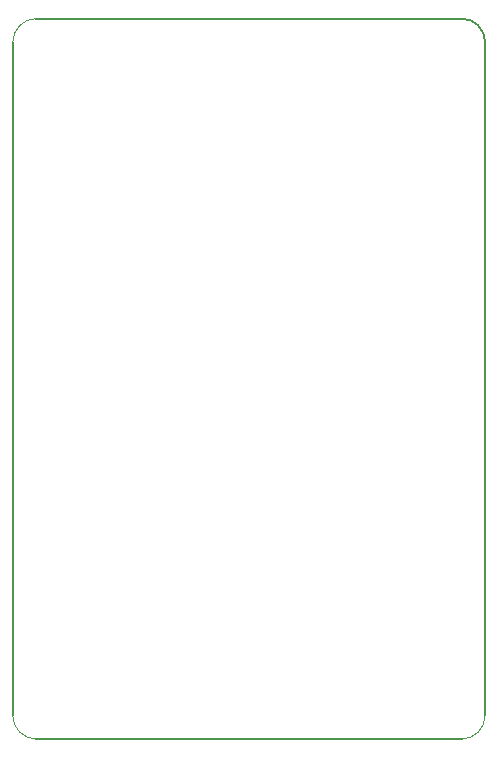
<source format=gbr>
%TF.GenerationSoftware,KiCad,Pcbnew,(6.0.7)*%
%TF.CreationDate,2025-03-15T16:29:39+08:00*%
%TF.ProjectId,solar_tracer,736f6c61-725f-4747-9261-6365722e6b69,1*%
%TF.SameCoordinates,PX6979f40PY7be1de0*%
%TF.FileFunction,Profile,NP*%
%FSLAX46Y46*%
G04 Gerber Fmt 4.6, Leading zero omitted, Abs format (unit mm)*
G04 Created by KiCad (PCBNEW (6.0.7)) date 2025-03-15 16:29:39*
%MOMM*%
%LPD*%
G01*
G04 APERTURE LIST*
%TA.AperFunction,Profile*%
%ADD10C,0.100000*%
%TD*%
%TA.AperFunction,Profile*%
%ADD11C,0.150000*%
%TD*%
G04 APERTURE END LIST*
D10*
X38000000Y0D02*
G75*
G03*
X40000000Y2000000I0J2000000D01*
G01*
X0Y2000000D02*
G75*
G03*
X2000000Y0I2000000J0D01*
G01*
X2000000Y61000000D02*
G75*
G03*
X0Y59000000I0J-2000000D01*
G01*
D11*
X40000000Y59000000D02*
G75*
G03*
X38000000Y61000000I-2000000J0D01*
G01*
X0Y59000000D02*
X0Y2000000D01*
X38000000Y61000000D02*
X2000000Y61000000D01*
X40000000Y2000000D02*
X40000000Y59000000D01*
X2000000Y0D02*
X38000000Y0D01*
M02*

</source>
